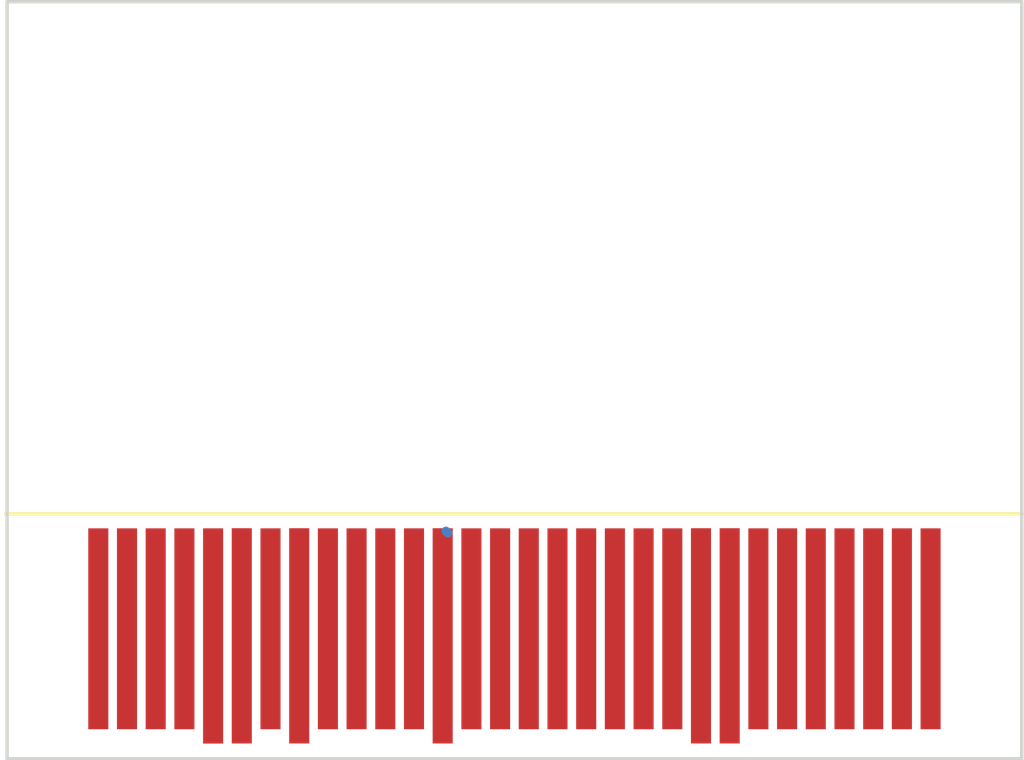
<source format=kicad_pcb>
(kicad_pcb (version 20221018) (generator pcbnew)
  (title_block (title "Didj-Blank-Cartridge") (date "2023-08-18") (rev "v1.0"))
  (layers (0 "F.Cu" signal) (31 "B.Cu" signal) (34 "B.Paste" user) (35 "F.Paste" user) (36 "B.SilkS" user "B.Silkscreen") (37 "F.SilkS" user "F.Silkscreen") (38 "B.Mask" user) (39 "F.Mask" user) (44 "Edge.Cuts" user))
  (net 0 "")
  (net 26 "unconnected-(J1C-GND-Pad5)")
  (footprint "project:didj_cart" (layer "F.Cu") (at 118.0365 113.2845)
    (fp_text reference "J1" hide)
    (fp_text value "didj_cart" hide)
    (fp_line (start 0 0) (end 45 0) (stroke (width 0.15)) (layer "F.SilkS"))
    (pad "1" connect rect (at 4.1 5.085) (size 0.889 8.89) (layers "F.Cu" "F.Mask"))
    (pad "2" connect rect (at 5.37 5.085) (size 0.889 8.89) (layers "F.Cu" "F.Mask"))
    (pad "3" connect rect (at 6.64 5.085) (size 0.889 8.89) (layers "F.Cu" "F.Mask"))
    (pad "4" connect rect (at 7.91 5.085) (size 0.889 8.89) (layers "F.Cu" "F.Mask"))
    (pad "5" connect rect (at 9.18 5.085) (size 0.889 9.525) (drill (offset 0 0.3175)) (layers "F.Cu" "F.Mask") (net 26 "unconnected-(J1C-GND-Pad5)"))
    (pad "6" connect rect (at 10.45 5.085) (size 0.889 9.525) (drill (offset 0 0.3125)) (layers "F.Cu" "F.Mask"))
    (pad "7" connect rect (at 11.72 5.085) (size 0.889 8.89) (layers "F.Cu" "F.Mask"))
    (pad "8" connect rect (at 12.99 5.085) (size 0.889 9.525) (drill (offset 0 0.3125)) (layers "F.Cu" "F.Mask"))
    (pad "9" connect rect (at 14.26 5.085) (size 0.889 8.89) (layers "F.Cu" "F.Mask"))
    (pad "10" connect rect (at 15.53 5.085) (size 0.889 8.89) (layers "F.Cu" "F.Mask"))
    (pad "11" connect rect (at 16.8 5.085) (size 0.889 8.89) (layers "F.Cu" "F.Mask"))
    (pad "12" connect rect (at 18.07 5.085) (size 0.889 8.89) (layers "F.Cu" "F.Mask"))
    (pad "13" connect rect (at 19.34 5.085) (size 0.889 9.525) (drill (offset 0 0.3125)) (layers "F.Cu" "F.Mask"))
    (pad "14" connect rect (at 20.61 5.085) (size 0.889 8.89) (layers "F.Cu" "F.Mask"))
    (pad "15" connect rect (at 21.88 5.085) (size 0.889 8.89) (layers "F.Cu" "F.Mask"))
    (pad "16" connect rect (at 23.15 5.085) (size 0.889 8.89) (layers "F.Cu" "F.Mask"))
    (pad "17" connect rect (at 24.42 5.085) (size 0.889 8.89) (layers "F.Cu" "F.Mask"))
    (pad "18" connect rect (at 25.69 5.085) (size 0.889 8.89) (layers "F.Cu" "F.Mask"))
    (pad "19" connect rect (at 26.96 5.085) (size 0.889 8.89) (layers "F.Cu" "F.Mask"))
    (pad "20" connect rect (at 28.23 5.085) (size 0.889 8.89) (layers "F.Cu" "F.Mask"))
    (pad "21" connect rect (at 29.5 5.085) (size 0.889 8.89) (layers "F.Cu" "F.Mask"))
    (pad "22" connect rect (at 30.77 5.085) (size 0.889 9.525) (drill (offset 0 0.3125)) (layers "F.Cu" "F.Mask"))
    (pad "23" connect rect (at 32.04 5.085) (size 0.889 9.525) (drill (offset 0 0.3125)) (layers "F.Cu" "F.Mask"))
    (pad "24" connect rect (at 33.31 5.085) (size 0.889 8.89) (layers "F.Cu" "F.Mask"))
    (pad "25" connect rect (at 34.58 5.085) (size 0.889 8.89) (layers "F.Cu" "F.Mask"))
    (pad "26" connect rect (at 35.85 5.085) (size 0.889 8.89) (layers "F.Cu" "F.Mask"))
    (pad "27" connect rect (at 37.12 5.085) (size 0.889 8.89) (layers "F.Cu" "F.Mask"))
    (pad "28" connect rect (at 38.39 5.085) (size 0.889 8.89) (layers "F.Cu" "F.Mask"))
    (pad "29" connect rect (at 39.66 5.085) (size 0.889 8.89) (layers "F.Cu" "F.Mask"))
    (pad "30" connect rect (at 40.93 5.085) (size 0.889 8.89) (layers "F.Cu" "F.Mask"))
  )
  (gr_line (start 118.1 124.12) (end 163 124.12) (stroke (width 0.15)) (layer "Edge.Cuts"))
  (gr_line (start 163 90.62) (end 118.1 90.62) (stroke (width 0.15)) (layer "Edge.Cuts"))
  (gr_line (start 118.1 90.62) (end 118.1 124.12) (stroke (width 0.15)) (layer "Edge.Cuts"))
  (gr_line (start 163 124.12) (end 163 90.62) (stroke (width 0.15)) (layer "Edge.Cuts"))
  (segment (start 137.52 114.050001) (end 137.6 114.130001) (width 0.4) (layer "B.Cu") (net 26))
)
</source>
